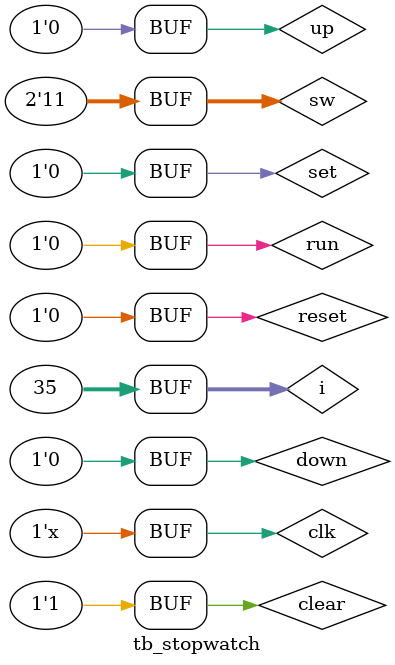
<source format=v>
`timescale 1ns / 1ps


module tb_stopwatch ();

    reg clk, reset, run, clear, up, down, set;
    reg  [1:0] sw;
    wire [3:0] fnd_comm;
    wire [7:0] fnd_font;


    top_stopwatch uclk (
        .clk(clk),
        .sw(sw),
        .reset(reset),
        .btn_run(run),
        .btn_clear(clear),
        .btn_up(up),
        .btn_set(set),
        .btn_down(down),
        .fnd_comm(fnd_comm),
        .fnd_font(fnd_font)
    );

    integer  i;

    always #0.05 clk = ~clk;
    initial begin
        #50;
        clk = 0;
        reset = 1;
        run = 0;
        clear = 0;
        set = 0;
        up = 0;
        down = 0;  
        #10;
        reset = 0; 
        sw = 2'b00;  // 기능 초기화
        #10;
        sw = 2'b11; // 시계모드로 변경
        #10;
        set = 1;
        #100000;
        set = 0;
        #100000; // 초 변경모드 on
                set = 1;
        #100000;
        set = 0;
        #100000; // 초 변경모드 on
                set = 1;
        #100000;
        set = 0;
        #100000; // 초 변경모드 on

        for (i=0; i<15; i= i+1)//down 30번 실행
        begin
            down = 1;
        #100000;
        down = 0;
        #100000;
        end 
          for (i=0; i<15; i= i+1) //up 35번 실행
        begin
            up = 1;
        #100000;
        up = 0;
        #100000;
        end

           #10;
        set = 1;
        #100000;
        set = 0;
        #100000; // 분 변경모드 on

        for (i=0; i<30; i= i+1)//down 30번 실행
        begin
            down = 1;
        #100000;
        down = 0;
        #100000;
        end 
          for (i=0; i<35; i= i+1) //up 35번 실행
        begin
            up = 1;
        #100000;
        up = 0;
        #100000;
        end       
        clear = 1;

        clear = 1;


        #100000;
        #10;



    end
    //첫 comit
endmodule

</source>
